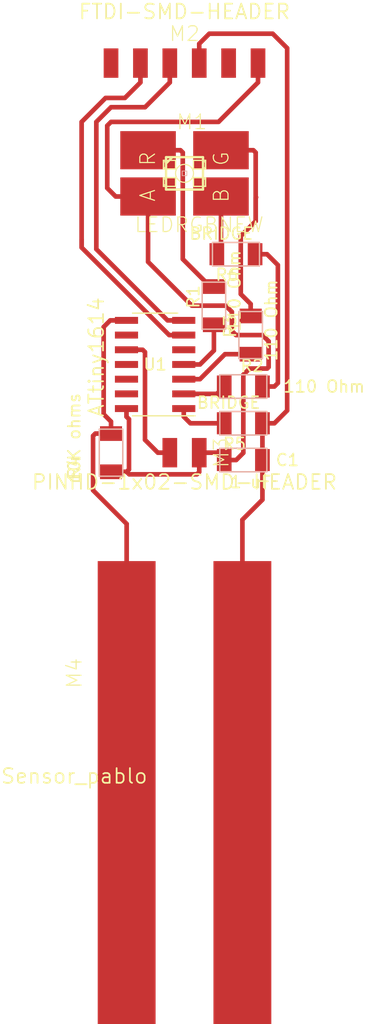
<source format=kicad_pcb>
(kicad_pcb (version 20171130) (host pcbnew "(5.1.5-0)")

  (general
    (thickness 1.6)
    (drawings 0)
    (tracks 124)
    (zones 0)
    (modules 12)
    (nets 22)
  )

  (page A4)
  (layers
    (0 F.Cu signal)
    (31 B.Cu signal)
    (32 B.Adhes user)
    (33 F.Adhes user)
    (34 B.Paste user)
    (35 F.Paste user)
    (36 B.SilkS user)
    (37 F.SilkS user)
    (38 B.Mask user)
    (39 F.Mask user)
    (40 Dwgs.User user)
    (41 Cmts.User user)
    (42 Eco1.User user)
    (43 Eco2.User user)
    (44 Edge.Cuts user)
    (45 Margin user)
    (46 B.CrtYd user)
    (47 F.CrtYd user)
    (48 B.Fab user)
    (49 F.Fab user)
  )

  (setup
    (last_trace_width 0.4)
    (trace_clearance 0.4)
    (zone_clearance 0.508)
    (zone_45_only no)
    (trace_min 0.4)
    (via_size 0.6)
    (via_drill 0.4)
    (via_min_size 0.6)
    (via_min_drill 0.4)
    (uvia_size 0.3)
    (uvia_drill 0.1)
    (uvias_allowed no)
    (uvia_min_size 0.2)
    (uvia_min_drill 0.1)
    (edge_width 0.05)
    (segment_width 0.2)
    (pcb_text_width 0.3)
    (pcb_text_size 1.5 1.5)
    (mod_edge_width 0.12)
    (mod_text_size 1 1)
    (mod_text_width 0.15)
    (pad_size 1.524 1.524)
    (pad_drill 0.762)
    (pad_to_mask_clearance 0.051)
    (solder_mask_min_width 0.25)
    (aux_axis_origin 0 0)
    (visible_elements FFFFF77F)
    (pcbplotparams
      (layerselection 0x010fc_ffffffff)
      (usegerberextensions false)
      (usegerberattributes false)
      (usegerberadvancedattributes false)
      (creategerberjobfile false)
      (excludeedgelayer true)
      (linewidth 0.100000)
      (plotframeref false)
      (viasonmask false)
      (mode 1)
      (useauxorigin false)
      (hpglpennumber 1)
      (hpglpenspeed 20)
      (hpglpendiameter 15.000000)
      (psnegative false)
      (psa4output false)
      (plotreference true)
      (plotvalue true)
      (plotinvisibletext false)
      (padsonsilk false)
      (subtractmaskfromsilk false)
      (outputformat 1)
      (mirror false)
      (drillshape 1)
      (scaleselection 1)
      (outputdirectory ""))
  )

  (net 0 "")
  (net 1 "Net-(U1-Pad5)")
  (net 2 RXD)
  (net 3 TXD)
  (net 4 "Net-(U1-Pad12)")
  (net 5 "Net-(U1-Pad13)")
  (net 6 GND)
  (net 7 VCC)
  (net 8 "Net-(M2-Pad6)")
  (net 9 "Net-(M2-Pad2)")
  (net 10 RED)
  (net 11 GREEN)
  (net 12 BLUE)
  (net 13 "Net-(M1-PadR)")
  (net 14 "Net-(M1-PadG)")
  (net 15 "Net-(M1-PadB)")
  (net 16 SENSOR-OUT)
  (net 17 "Net-(U1-Pad11)")
  (net 18 "Net-(U1-Pad9)")
  (net 19 "Net-(R2-Pad2)")
  (net 20 VCC1)
  (net 21 UPDI)

  (net_class Default "This is the default net class."
    (clearance 0.4)
    (trace_width 0.4)
    (via_dia 0.6)
    (via_drill 0.4)
    (uvia_dia 0.3)
    (uvia_drill 0.1)
    (diff_pair_width 0.4)
    (diff_pair_gap 0.25)
    (add_net BLUE)
    (add_net GND)
    (add_net GREEN)
    (add_net "Net-(M1-PadB)")
    (add_net "Net-(M1-PadG)")
    (add_net "Net-(M1-PadR)")
    (add_net "Net-(M2-Pad2)")
    (add_net "Net-(M2-Pad6)")
    (add_net "Net-(R2-Pad2)")
    (add_net "Net-(U1-Pad11)")
    (add_net "Net-(U1-Pad12)")
    (add_net "Net-(U1-Pad13)")
    (add_net "Net-(U1-Pad5)")
    (add_net "Net-(U1-Pad9)")
    (add_net RED)
    (add_net RXD)
    (add_net SENSOR-OUT)
    (add_net TXD)
    (add_net UPDI)
    (add_net VCC)
    (add_net VCC1)
  )

  (module fab:fab-R1206FAB (layer F.Cu) (tedit 200000) (tstamp 5FC9B97E)
    (at 153.67 100.33 180)
    (path /5FCFBE6E)
    (attr smd)
    (fp_text reference R5 (at 0.762 -1.778) (layer F.SilkS)
      (effects (font (size 1.016 1.016) (thickness 0.1524)))
    )
    (fp_text value BRIDGE (at 1.27 1.778) (layer F.SilkS)
      (effects (font (size 1.016 1.016) (thickness 0.1524)))
    )
    (fp_line (start -2.032 1.016) (end -2.032 -1.016) (layer B.SilkS) (width 0.127))
    (fp_line (start 2.032 1.016) (end -2.032 1.016) (layer B.SilkS) (width 0.127))
    (fp_line (start 2.032 -1.016) (end 2.032 1.016) (layer B.SilkS) (width 0.127))
    (fp_line (start -2.032 -1.016) (end 2.032 -1.016) (layer B.SilkS) (width 0.127))
    (pad 2 smd rect (at 1.651 0 180) (size 1.27 1.905) (layers F.Cu F.Paste F.Mask)
      (net 20 VCC1))
    (pad 1 smd rect (at -1.651 0 180) (size 1.27 1.905) (layers F.Cu F.Paste F.Mask)
      (net 7 VCC))
  )

  (module fab:fab-R1206FAB (layer F.Cu) (tedit 200000) (tstamp 5FC9AD44)
    (at 154.305 92.71 90)
    (path /5FCEB54A)
    (attr smd)
    (fp_text reference R3 (at 0.762 -1.778 90) (layer F.SilkS)
      (effects (font (size 1.016 1.016) (thickness 0.1524)))
    )
    (fp_text value "110 Ohm" (at 1.27 1.778 90) (layer F.SilkS)
      (effects (font (size 1.016 1.016) (thickness 0.1524)))
    )
    (fp_line (start -2.032 1.016) (end -2.032 -1.016) (layer B.SilkS) (width 0.127))
    (fp_line (start 2.032 1.016) (end -2.032 1.016) (layer B.SilkS) (width 0.127))
    (fp_line (start 2.032 -1.016) (end 2.032 1.016) (layer B.SilkS) (width 0.127))
    (fp_line (start -2.032 -1.016) (end 2.032 -1.016) (layer B.SilkS) (width 0.127))
    (pad 2 smd rect (at 1.651 0 90) (size 1.27 1.905) (layers F.Cu F.Paste F.Mask)
      (net 14 "Net-(M1-PadG)"))
    (pad 1 smd rect (at -1.651 0 90) (size 1.27 1.905) (layers F.Cu F.Paste F.Mask)
      (net 11 GREEN))
  )

  (module fab:fab-R1206FAB (layer F.Cu) (tedit 200000) (tstamp 5FC550E9)
    (at 153.67 97.155)
    (path /5FC6D951)
    (attr smd)
    (fp_text reference R2 (at 0.762 -1.778) (layer F.SilkS)
      (effects (font (size 1.016 1.016) (thickness 0.1524)))
    )
    (fp_text value "110 Ohm" (at 6.985 0) (layer F.SilkS)
      (effects (font (size 1.016 1.016) (thickness 0.1524)))
    )
    (fp_line (start -2.032 1.016) (end -2.032 -1.016) (layer B.SilkS) (width 0.127))
    (fp_line (start 2.032 1.016) (end -2.032 1.016) (layer B.SilkS) (width 0.127))
    (fp_line (start 2.032 -1.016) (end 2.032 1.016) (layer B.SilkS) (width 0.127))
    (fp_line (start -2.032 -1.016) (end 2.032 -1.016) (layer B.SilkS) (width 0.127))
    (pad 2 smd rect (at 1.651 0) (size 1.27 1.905) (layers F.Cu F.Paste F.Mask)
      (net 19 "Net-(R2-Pad2)"))
    (pad 1 smd rect (at -1.651 0) (size 1.27 1.905) (layers F.Cu F.Paste F.Mask)
      (net 12 BLUE))
  )

  (module fab:fab-R1206FAB (layer F.Cu) (tedit 200000) (tstamp 5FC9AD31)
    (at 151.13 90.17 90)
    (path /5FCEAD9A)
    (attr smd)
    (fp_text reference R1 (at 0.762 -1.778 90) (layer F.SilkS)
      (effects (font (size 1.016 1.016) (thickness 0.1524)))
    )
    (fp_text value "110 Ohm" (at 1.27 1.778 90) (layer F.SilkS)
      (effects (font (size 1.016 1.016) (thickness 0.1524)))
    )
    (fp_line (start -2.032 1.016) (end -2.032 -1.016) (layer B.SilkS) (width 0.127))
    (fp_line (start 2.032 1.016) (end -2.032 1.016) (layer B.SilkS) (width 0.127))
    (fp_line (start 2.032 -1.016) (end 2.032 1.016) (layer B.SilkS) (width 0.127))
    (fp_line (start -2.032 -1.016) (end 2.032 -1.016) (layer B.SilkS) (width 0.127))
    (pad 2 smd rect (at 1.651 0 90) (size 1.27 1.905) (layers F.Cu F.Paste F.Mask)
      (net 13 "Net-(M1-PadR)"))
    (pad 1 smd rect (at -1.651 0 90) (size 1.27 1.905) (layers F.Cu F.Paste F.Mask)
      (net 10 RED))
  )

  (module fab:fab-R1206FAB (layer F.Cu) (tedit 200000) (tstamp 5FC99A65)
    (at 153.035 85.725 180)
    (path /5FCD418E)
    (attr smd)
    (fp_text reference R6 (at 0.762 -1.778) (layer F.SilkS)
      (effects (font (size 1.016 1.016) (thickness 0.1524)))
    )
    (fp_text value BRIDGE (at 1.27 1.778) (layer F.SilkS)
      (effects (font (size 1.016 1.016) (thickness 0.1524)))
    )
    (fp_line (start -2.032 1.016) (end -2.032 -1.016) (layer B.SilkS) (width 0.127))
    (fp_line (start 2.032 1.016) (end -2.032 1.016) (layer B.SilkS) (width 0.127))
    (fp_line (start 2.032 -1.016) (end 2.032 1.016) (layer B.SilkS) (width 0.127))
    (fp_line (start -2.032 -1.016) (end 2.032 -1.016) (layer B.SilkS) (width 0.127))
    (pad 2 smd rect (at 1.651 0 180) (size 1.27 1.905) (layers F.Cu F.Paste F.Mask)
      (net 15 "Net-(M1-PadB)"))
    (pad 1 smd rect (at -1.651 0 180) (size 1.27 1.905) (layers F.Cu F.Paste F.Mask)
      (net 19 "Net-(R2-Pad2)"))
  )

  (module fab:fab-C1206FAB (layer F.Cu) (tedit 200000) (tstamp 5FC91267)
    (at 153.67 103.505 180)
    (path /5FC98F7B)
    (attr smd)
    (fp_text reference C1 (at -3.81 0) (layer F.SilkS)
      (effects (font (size 1.016 1.016) (thickness 0.1524)))
    )
    (fp_text value "1 uF" (at -0.635 -1.905) (layer F.SilkS)
      (effects (font (size 1.016 1.016) (thickness 0.1524)))
    )
    (fp_line (start -2.032 1.016) (end -2.032 -1.016) (layer B.SilkS) (width 0.127))
    (fp_line (start 2.032 1.016) (end -2.032 1.016) (layer B.SilkS) (width 0.127))
    (fp_line (start 2.032 -1.016) (end 2.032 1.016) (layer B.SilkS) (width 0.127))
    (fp_line (start -2.032 -1.016) (end 2.032 -1.016) (layer B.SilkS) (width 0.127))
    (pad 2 smd rect (at 1.651 0 180) (size 1.27 1.905) (layers F.Cu F.Paste F.Mask)
      (net 6 GND))
    (pad 1 smd rect (at -1.651 0 180) (size 1.27 1.905) (layers F.Cu F.Paste F.Mask)
      (net 7 VCC))
  )

  (module fab:sensor_pablo (layer F.Cu) (tedit 5FC91AFA) (tstamp 5FC91EF7)
    (at 148.59 102.235)
    (path /5FCACB84)
    (attr smd)
    (fp_text reference M4 (at -9.525 19.685 270) (layer F.SilkS)
      (effects (font (size 1.27 1.27) (thickness 0.1016)))
    )
    (fp_text value Sensor_pablo (at -9.525 28.575 180) (layer F.SilkS)
      (effects (font (size 1.27 1.27) (thickness 0.15)))
    )
    (pad 2 smd rect (at -5 30) (size 5 40) (layers F.Cu F.Paste F.Mask)
      (net 16 SENSOR-OUT))
    (pad 1 smd rect (at 5 30) (size 5 40) (layers F.Cu F.Paste F.Mask)
      (net 7 VCC))
  )

  (module fab:fab-1X02SMD (layer F.Cu) (tedit 5E6F6664) (tstamp 5FC963F2)
    (at 148.59 102.87 90)
    (path /5FCA5AE8)
    (attr smd)
    (fp_text reference M3 (at 0 3.175 90) (layer F.SilkS)
      (effects (font (size 1.27 1.27) (thickness 0.1016)))
    )
    (fp_text value PINHD-1x02-SMD-HEADER (at -2.54 0 180) (layer F.SilkS)
      (effects (font (size 1.27 1.27) (thickness 0.15)))
    )
    (pad 2 smd rect (at 0 1.27 90) (size 2.54 1.27) (layers F.Cu F.Paste F.Mask)
      (net 6 GND))
    (pad 1 smd rect (at 0 -1.27 90) (size 2.54 1.27) (layers F.Cu F.Paste F.Mask)
      (net 21 UPDI))
  )

  (module fab:fab-SOIC-14_3.9x8.7mm_P1.27mm (layer F.Cu) (tedit 5EABE9B1) (tstamp 5FC91344)
    (at 146.05 95.25 180)
    (descr "SOIC, 14 Pin, fab version")
    (tags "SOIC fab")
    (path /5FC90BDE)
    (attr smd)
    (fp_text reference U1 (at 0 0) (layer F.SilkS)
      (effects (font (size 1 1) (thickness 0.15)))
    )
    (fp_text value ATtiny1614 (at 5.08 0.635 90) (layer F.SilkS)
      (effects (font (size 1.27 1.27) (thickness 0.15)))
    )
    (fp_line (start -1.95 -3.35) (end -0.975 -4.325) (layer F.Fab) (width 0.1))
    (fp_line (start -1.95 4.325) (end -1.95 -3.35) (layer F.Fab) (width 0.1))
    (fp_line (start 1.95 4.325) (end -1.95 4.325) (layer F.Fab) (width 0.1))
    (fp_line (start 1.95 -4.325) (end 1.95 4.325) (layer F.Fab) (width 0.1))
    (fp_line (start -0.975 -4.325) (end 1.95 -4.325) (layer F.Fab) (width 0.1))
    (fp_line (start 0 -4.435) (end -3.45 -4.435) (layer F.SilkS) (width 0.12))
    (fp_line (start 0 -4.435) (end 1.95 -4.435) (layer F.SilkS) (width 0.12))
    (fp_line (start 0 4.435) (end -1.95 4.435) (layer F.SilkS) (width 0.12))
    (fp_line (start 0 4.435) (end 1.95 4.435) (layer F.SilkS) (width 0.12))
    (pad 14 smd rect (at 2.475 -3.81 180) (size 2 0.6) (layers F.Cu F.Paste F.Mask)
      (net 6 GND))
    (pad 13 smd rect (at 2.475 -2.54 180) (size 2 0.6) (layers F.Cu F.Paste F.Mask)
      (net 5 "Net-(U1-Pad13)"))
    (pad 12 smd rect (at 2.475 -1.27 180) (size 2 0.6) (layers F.Cu F.Paste F.Mask)
      (net 4 "Net-(U1-Pad12)"))
    (pad 11 smd rect (at 2.475 0 180) (size 2 0.6) (layers F.Cu F.Paste F.Mask)
      (net 17 "Net-(U1-Pad11)"))
    (pad 10 smd rect (at 2.475 1.27 180) (size 2 0.6) (layers F.Cu F.Paste F.Mask)
      (net 21 UPDI))
    (pad 9 smd rect (at 2.475 2.54 180) (size 2 0.6) (layers F.Cu F.Paste F.Mask)
      (net 18 "Net-(U1-Pad9)"))
    (pad 8 smd rect (at 2.475 3.81 180) (size 2 0.6) (layers F.Cu F.Paste F.Mask)
      (net 16 SENSOR-OUT))
    (pad 7 smd rect (at -2.475 3.81 180) (size 2 0.6) (layers F.Cu F.Paste F.Mask)
      (net 3 TXD))
    (pad 6 smd rect (at -2.475 2.54 180) (size 2 0.6) (layers F.Cu F.Paste F.Mask)
      (net 2 RXD))
    (pad 5 smd rect (at -2.475 1.27 180) (size 2 0.6) (layers F.Cu F.Paste F.Mask)
      (net 1 "Net-(U1-Pad5)"))
    (pad 4 smd rect (at -2.475 0 180) (size 2 0.6) (layers F.Cu F.Paste F.Mask)
      (net 10 RED))
    (pad 3 smd rect (at -2.475 -1.27 180) (size 2 0.6) (layers F.Cu F.Paste F.Mask)
      (net 11 GREEN))
    (pad 2 smd rect (at -2.475 -2.54 180) (size 2 0.6) (layers F.Cu F.Paste F.Mask)
      (net 12 BLUE))
    (pad 1 smd rect (at -2.475 -3.81 180) (size 2 0.6) (layers F.Cu F.Paste F.Mask)
      (net 20 VCC1))
    (model ${KISYS3DMOD}/Package_SO.3dshapes/SOIC-14_3.9x8.7mm_P1.27mm.wrl
      (at (xyz 0 0 0))
      (scale (xyz 1 1 1))
      (rotate (xyz 0 0 0))
    )
  )

  (module fab:fab-R1206FAB (layer F.Cu) (tedit 200000) (tstamp 5FC91329)
    (at 142.24 102.87 90)
    (path /5FC94738)
    (attr smd)
    (fp_text reference R4 (at -1.27 -3.175 90) (layer F.SilkS)
      (effects (font (size 1.016 1.016) (thickness 0.1524)))
    )
    (fp_text value "10K ohms" (at 1.27 -3.175 90) (layer F.SilkS)
      (effects (font (size 1.016 1.016) (thickness 0.1524)))
    )
    (fp_line (start -2.032 1.016) (end -2.032 -1.016) (layer B.SilkS) (width 0.127))
    (fp_line (start 2.032 1.016) (end -2.032 1.016) (layer B.SilkS) (width 0.127))
    (fp_line (start 2.032 -1.016) (end 2.032 1.016) (layer B.SilkS) (width 0.127))
    (fp_line (start -2.032 -1.016) (end 2.032 -1.016) (layer B.SilkS) (width 0.127))
    (pad 2 smd rect (at 1.651 0 90) (size 1.27 1.905) (layers F.Cu F.Paste F.Mask)
      (net 16 SENSOR-OUT))
    (pad 1 smd rect (at -1.651 0 90) (size 1.27 1.905) (layers F.Cu F.Paste F.Mask)
      (net 6 GND))
  )

  (module fab:fab-P-LCC-4 (layer F.Cu) (tedit 200000) (tstamp 5FC912DD)
    (at 148.59 78.74 270)
    (descr "POWER TOPLED®")
    (tags "POWER TOPLED®")
    (path /5FC95104)
    (attr smd)
    (fp_text reference M1 (at -4.445 -0.635) (layer F.SilkS)
      (effects (font (size 1.27 1.27) (thickness 0.1016)))
    )
    (fp_text value LEDRGBNEW (at 4.445 -1.27) (layer F.SilkS)
      (effects (font (size 1.27 1.27) (thickness 0.1016)))
    )
    (fp_text user A (at 1.905 3.175 90) (layer F.SilkS)
      (effects (font (size 1.27 1.27) (thickness 0.1016)))
    )
    (fp_text user B (at 1.905 -3.175 90) (layer F.SilkS)
      (effects (font (size 1.27 1.27) (thickness 0.1016)))
    )
    (fp_text user G (at -1.27 -3.175 90) (layer F.SilkS)
      (effects (font (size 1.27 1.27) (thickness 0.1016)))
    )
    (fp_text user R (at -1.27 3.175 90) (layer F.SilkS)
      (effects (font (size 1.27 1.27) (thickness 0.1016)))
    )
    (fp_circle (center 0 0) (end -0.54864 0.54864) (layer F.SilkS) (width 0.1016))
    (fp_line (start -1.39954 -1.59766) (end -1.39954 1.04902) (layer F.SilkS) (width 0.2032))
    (fp_line (start -0.84836 1.59766) (end -1.39954 1.04902) (layer F.SilkS) (width 0.2032))
    (fp_line (start 0.99822 1.79832) (end 0.99822 1.59766) (layer F.SilkS) (width 0.1016))
    (fp_line (start 0.49784 1.79832) (end 0.99822 1.79832) (layer F.SilkS) (width 0.1016))
    (fp_line (start 0.49784 1.64846) (end 0.49784 1.79832) (layer F.SilkS) (width 0.1016))
    (fp_line (start -0.49784 1.79832) (end -0.49784 1.64846) (layer F.SilkS) (width 0.1016))
    (fp_line (start -0.99822 1.79832) (end -0.49784 1.79832) (layer F.SilkS) (width 0.1016))
    (fp_line (start -0.99822 1.59766) (end -0.99822 1.79832) (layer F.SilkS) (width 0.1016))
    (fp_line (start 1.09982 -1.79832) (end 1.09982 -1.59766) (layer F.SilkS) (width 0.1016))
    (fp_line (start 0.49784 -1.79832) (end 1.09982 -1.79832) (layer F.SilkS) (width 0.1016))
    (fp_line (start 0.49784 -1.64846) (end 0.49784 -1.79832) (layer F.SilkS) (width 0.1016))
    (fp_line (start -0.49784 -1.79832) (end -0.49784 -1.64846) (layer F.SilkS) (width 0.1016))
    (fp_line (start -0.99822 -1.79832) (end -0.49784 -1.79832) (layer F.SilkS) (width 0.1016))
    (fp_line (start -0.99822 -1.59766) (end -0.99822 -1.79832) (layer F.SilkS) (width 0.1016))
    (fp_line (start -0.99822 -1.59766) (end -1.39954 -1.59766) (layer F.SilkS) (width 0.2032))
    (fp_line (start 1.09982 -1.59766) (end -0.99822 -1.59766) (layer F.SilkS) (width 0.2032))
    (fp_line (start 1.39954 -1.59766) (end 1.09982 -1.59766) (layer F.SilkS) (width 0.2032))
    (fp_line (start 1.39954 1.59766) (end 1.39954 -1.59766) (layer F.SilkS) (width 0.2032))
    (fp_line (start 0.99822 1.59766) (end 1.39954 1.59766) (layer F.SilkS) (width 0.2032))
    (fp_line (start -0.84836 1.59766) (end 0.99822 1.59766) (layer F.SilkS) (width 0.2032))
    (fp_line (start -0.99822 1.59766) (end -0.84836 1.59766) (layer F.SilkS) (width 0.2032))
    (fp_line (start -1.39954 1.59766) (end -0.99822 1.59766) (layer F.SilkS) (width 0.2032))
    (fp_line (start -1.39954 1.04902) (end -1.39954 1.59766) (layer F.SilkS) (width 0.2032))
    (fp_line (start -0.19812 0.19812) (end -0.19812 -0.19812) (layer B.SilkS) (width 0.06604))
    (fp_line (start -0.19812 -0.19812) (end 0.19812 -0.19812) (layer B.SilkS) (width 0.06604))
    (fp_line (start 0.19812 0.19812) (end 0.19812 -0.19812) (layer B.SilkS) (width 0.06604))
    (fp_line (start -0.19812 0.19812) (end 0.19812 0.19812) (layer B.SilkS) (width 0.06604))
    (fp_line (start -1.09982 -0.79756) (end -1.09982 -1.79832) (layer F.SilkS) (width 0.06604))
    (fp_line (start -1.09982 -1.79832) (end -0.39878 -1.79832) (layer F.SilkS) (width 0.06604))
    (fp_line (start -0.39878 -0.79756) (end -0.39878 -1.79832) (layer F.SilkS) (width 0.06604))
    (fp_line (start -1.09982 -0.79756) (end -0.39878 -0.79756) (layer F.SilkS) (width 0.06604))
    (fp_line (start 0.39878 -0.79756) (end 0.39878 -1.79832) (layer F.SilkS) (width 0.06604))
    (fp_line (start 0.39878 -1.79832) (end 1.09982 -1.79832) (layer F.SilkS) (width 0.06604))
    (fp_line (start 1.09982 -0.79756) (end 1.09982 -1.79832) (layer F.SilkS) (width 0.06604))
    (fp_line (start 0.39878 -0.79756) (end 1.09982 -0.79756) (layer F.SilkS) (width 0.06604))
    (fp_line (start 0.39878 1.79832) (end 0.39878 0.79756) (layer F.SilkS) (width 0.06604))
    (fp_line (start 0.39878 0.79756) (end 1.09982 0.79756) (layer F.SilkS) (width 0.06604))
    (fp_line (start 1.09982 1.79832) (end 1.09982 0.79756) (layer F.SilkS) (width 0.06604))
    (fp_line (start 0.39878 1.79832) (end 1.09982 1.79832) (layer F.SilkS) (width 0.06604))
    (fp_line (start -1.09982 1.79832) (end -1.09982 0.79756) (layer F.SilkS) (width 0.06604))
    (fp_line (start -1.09982 0.79756) (end -0.39878 0.79756) (layer F.SilkS) (width 0.06604))
    (fp_line (start -0.39878 1.79832) (end -0.39878 0.79756) (layer F.SilkS) (width 0.06604))
    (fp_line (start -1.09982 1.79832) (end -0.39878 1.79832) (layer F.SilkS) (width 0.06604))
    (fp_line (start -1.14808 1.84912) (end -1.14808 0.7493) (layer F.SilkS) (width 0.06604))
    (fp_line (start -1.14808 0.7493) (end -0.34798 0.7493) (layer F.SilkS) (width 0.06604))
    (fp_line (start -0.34798 1.84912) (end -0.34798 0.7493) (layer F.SilkS) (width 0.06604))
    (fp_line (start -1.14808 1.84912) (end -0.34798 1.84912) (layer F.SilkS) (width 0.06604))
    (fp_line (start 0.34798 1.84912) (end 0.34798 0.7493) (layer F.SilkS) (width 0.06604))
    (fp_line (start 0.34798 0.7493) (end 1.14808 0.7493) (layer F.SilkS) (width 0.06604))
    (fp_line (start 1.14808 1.84912) (end 1.14808 0.7493) (layer F.SilkS) (width 0.06604))
    (fp_line (start 0.34798 1.84912) (end 1.14808 1.84912) (layer F.SilkS) (width 0.06604))
    (fp_line (start 0.34798 -0.7493) (end 0.34798 -1.84912) (layer F.SilkS) (width 0.06604))
    (fp_line (start 0.34798 -1.84912) (end 1.14808 -1.84912) (layer F.SilkS) (width 0.06604))
    (fp_line (start 1.14808 -0.7493) (end 1.14808 -1.84912) (layer F.SilkS) (width 0.06604))
    (fp_line (start 0.34798 -0.7493) (end 1.14808 -0.7493) (layer F.SilkS) (width 0.06604))
    (fp_line (start -1.14808 -0.7493) (end -1.14808 -1.84912) (layer F.SilkS) (width 0.06604))
    (fp_line (start -1.14808 -1.84912) (end -0.34798 -1.84912) (layer F.SilkS) (width 0.06604))
    (fp_line (start -0.34798 -0.7493) (end -0.34798 -1.84912) (layer F.SilkS) (width 0.06604))
    (fp_line (start -1.14808 -0.7493) (end -0.34798 -0.7493) (layer F.SilkS) (width 0.06604))
    (pad R smd rect (at -1.99898 3.1496 270) (size 3.29946 4.79806) (layers F.Cu F.Paste F.Mask)
      (net 13 "Net-(M1-PadR)"))
    (pad G smd rect (at -1.99898 -3.1496 270) (size 3.29946 4.79806) (layers F.Cu F.Paste F.Mask)
      (net 14 "Net-(M1-PadG)"))
    (pad B smd rect (at 1.99898 -3.1496 270) (size 3.29946 4.79806) (layers F.Cu F.Paste F.Mask)
      (net 15 "Net-(M1-PadB)"))
    (pad A smd rect (at 1.99898 3.1496 270) (size 3.29946 4.79806) (layers F.Cu F.Paste F.Mask)
      (net 6 GND))
  )

  (module fab:fab-1X06SMD (layer F.Cu) (tedit 200000) (tstamp 5FC53270)
    (at 148.59 69.215 270)
    (path /5FC4B859)
    (attr smd)
    (fp_text reference M2 (at -2.54 0) (layer F.SilkS)
      (effects (font (size 1.27 1.27) (thickness 0.1016)))
    )
    (fp_text value FTDI-SMD-HEADER (at -4.445 0 180) (layer F.SilkS)
      (effects (font (size 1.27 1.27) (thickness 0.15)))
    )
    (pad 6 smd rect (at 0 6.35 270) (size 2.54 1.27) (layers F.Cu F.Paste F.Mask)
      (net 8 "Net-(M2-Pad6)"))
    (pad 5 smd rect (at 0 3.81 270) (size 2.54 1.27) (layers F.Cu F.Paste F.Mask)
      (net 2 RXD))
    (pad 4 smd rect (at 0 1.27 270) (size 2.54 1.27) (layers F.Cu F.Paste F.Mask)
      (net 3 TXD))
    (pad 3 smd rect (at 0 -1.27 270) (size 2.54 1.27) (layers F.Cu F.Paste F.Mask)
      (net 7 VCC))
    (pad 2 smd rect (at 0 -3.81 270) (size 2.54 1.27) (layers F.Cu F.Paste F.Mask)
      (net 9 "Net-(M2-Pad2)"))
    (pad 1 smd rect (at 0 -6.35 270) (size 2.54 1.27) (layers F.Cu F.Paste F.Mask)
      (net 6 GND))
  )

  (segment (start 144.78 70.885) (end 144.78 69.215) (width 0.4) (layer F.Cu) (net 2))
  (segment (start 141.77001 72.22499) (end 143.44001 72.22499) (width 0.4) (layer F.Cu) (net 2))
  (segment (start 139.7 74.295) (end 141.77001 72.22499) (width 0.4) (layer F.Cu) (net 2))
  (segment (start 143.44001 72.22499) (end 144.78 70.885) (width 0.4) (layer F.Cu) (net 2))
  (segment (start 139.7 85.146384) (end 139.7 84.455) (width 0.4) (layer F.Cu) (net 2))
  (segment (start 147.263616 92.71) (end 139.7 85.146384) (width 0.4) (layer F.Cu) (net 2))
  (segment (start 148.525 92.71) (end 147.263616 92.71) (width 0.4) (layer F.Cu) (net 2))
  (segment (start 139.7 84.455) (end 139.7 74.295) (width 0.4) (layer F.Cu) (net 2))
  (segment (start 139.7 85.09) (end 139.7 84.455) (width 0.4) (layer F.Cu) (net 2))
  (segment (start 147.32 70.885) (end 147.32 69.215) (width 0.4) (layer F.Cu) (net 3))
  (segment (start 145.18 73.025) (end 147.32 70.885) (width 0.4) (layer F.Cu) (net 3))
  (segment (start 142.24 73.025) (end 145.18 73.025) (width 0.4) (layer F.Cu) (net 3))
  (segment (start 140.97 85.285) (end 140.97 74.295) (width 0.4) (layer F.Cu) (net 3))
  (segment (start 147.125 91.44) (end 140.97 85.285) (width 0.4) (layer F.Cu) (net 3))
  (segment (start 140.97 74.295) (end 142.24 73.025) (width 0.4) (layer F.Cu) (net 3))
  (segment (start 148.525 91.44) (end 147.125 91.44) (width 0.4) (layer F.Cu) (net 3))
  (segment (start 149.86 102.87) (end 149.86 102.235) (width 0.4) (layer F.Cu) (net 6))
  (segment (start 142.5575 104.521) (end 142.24 104.521) (width 0.4) (layer F.Cu) (net 6))
  (segment (start 149.86 103.505) (end 149.86 102.87) (width 0.4) (layer F.Cu) (net 6))
  (segment (start 149.86 102.87) (end 150.114 102.87) (width 0.4) (layer F.Cu) (net 6))
  (segment (start 149.86 104.54) (end 149.86 102.87) (width 0.4) (layer F.Cu) (net 6))
  (segment (start 149.659999 104.740001) (end 149.86 104.54) (width 0.4) (layer F.Cu) (net 6))
  (segment (start 143.811501 104.740001) (end 149.659999 104.740001) (width 0.4) (layer F.Cu) (net 6))
  (segment (start 143.5925 104.521) (end 143.811501 104.740001) (width 0.4) (layer F.Cu) (net 6))
  (segment (start 143.575 99.76) (end 143.575 99.06) (width 0.4) (layer F.Cu) (net 6))
  (segment (start 143.792501 99.977501) (end 143.575 99.76) (width 0.4) (layer F.Cu) (net 6))
  (segment (start 143.792501 104.320999) (end 143.792501 99.977501) (width 0.4) (layer F.Cu) (net 6))
  (segment (start 143.5925 104.521) (end 143.792501 104.320999) (width 0.4) (layer F.Cu) (net 6))
  (segment (start 142.24 104.521) (end 143.5925 104.521) (width 0.4) (layer F.Cu) (net 6))
  (segment (start 151.53 74.295) (end 154.94 70.885) (width 0.4) (layer F.Cu) (net 6))
  (segment (start 142.757658 74.295) (end 151.53 74.295) (width 0.4) (layer F.Cu) (net 6))
  (segment (start 154.94 70.885) (end 154.94 69.215) (width 0.4) (layer F.Cu) (net 6))
  (segment (start 142.64137 80.73898) (end 141.91239 80.01) (width 0.4) (layer F.Cu) (net 6))
  (segment (start 145.4404 80.73898) (end 142.64137 80.73898) (width 0.4) (layer F.Cu) (net 6))
  (segment (start 141.91239 80.01) (end 141.91239 74.62261) (width 0.4) (layer F.Cu) (net 6))
  (segment (start 142.24 74.295) (end 142.757658 74.295) (width 0.4) (layer F.Cu) (net 6))
  (segment (start 141.91239 74.62261) (end 142.24 74.295) (width 0.4) (layer F.Cu) (net 6))
  (segment (start 153.67 102.889) (end 153.67 102.235) (width 0.4) (layer F.Cu) (net 6))
  (segment (start 153.054 103.505) (end 153.67 102.889) (width 0.4) (layer F.Cu) (net 6))
  (segment (start 152.019 103.505) (end 153.054 103.505) (width 0.4) (layer F.Cu) (net 6))
  (segment (start 153.67 102.254) (end 153.67 102.235) (width 0.4) (layer F.Cu) (net 6))
  (segment (start 151.384 102.87) (end 152.019 103.505) (width 0.4) (layer F.Cu) (net 6))
  (segment (start 149.86 102.87) (end 151.384 102.87) (width 0.4) (layer F.Cu) (net 6))
  (segment (start 145.4404 86.3854) (end 145.4404 80.73898) (width 0.4) (layer F.Cu) (net 6))
  (segment (start 149.225 90.17) (end 145.4404 86.3854) (width 0.4) (layer F.Cu) (net 6))
  (segment (start 152.682501 90.705999) (end 152.146502 90.17) (width 0.4) (layer F.Cu) (net 6))
  (segment (start 155.731003 95.602499) (end 155.857501 95.476001) (width 0.4) (layer F.Cu) (net 6))
  (segment (start 155.321502 92.71) (end 153.035 92.71) (width 0.4) (layer F.Cu) (net 6))
  (segment (start 155.857501 93.245999) (end 155.321502 92.71) (width 0.4) (layer F.Cu) (net 6))
  (segment (start 152.682501 92.357501) (end 152.682501 90.705999) (width 0.4) (layer F.Cu) (net 6))
  (segment (start 155.857501 95.476001) (end 155.857501 93.245999) (width 0.4) (layer F.Cu) (net 6))
  (segment (start 152.146502 90.17) (end 149.225 90.17) (width 0.4) (layer F.Cu) (net 6))
  (segment (start 154.205999 95.602499) (end 155.731003 95.602499) (width 0.4) (layer F.Cu) (net 6))
  (segment (start 153.035 92.71) (end 152.682501 92.357501) (width 0.4) (layer F.Cu) (net 6))
  (segment (start 153.67 96.138498) (end 154.205999 95.602499) (width 0.4) (layer F.Cu) (net 6))
  (segment (start 153.67 102.235) (end 153.67 96.138498) (width 0.4) (layer F.Cu) (net 6))
  (segment (start 154.305 121.685) (end 153.59 122.4) (width 0.4) (layer F.Cu) (net 7))
  (segment (start 155.321 124.789) (end 153.59 126.52) (width 0.4) (layer F.Cu) (net 7))
  (segment (start 153.59 108.665) (end 153.59 132.235) (width 0.4) (layer F.Cu) (net 7))
  (segment (start 155.321 106.934) (end 153.59 108.665) (width 0.4) (layer F.Cu) (net 7))
  (segment (start 149.86 69.85) (end 149.86 69.215) (width 0.4) (layer F.Cu) (net 7))
  (segment (start 149.86 67.545) (end 149.86 69.215) (width 0.4) (layer F.Cu) (net 7))
  (segment (start 150.73 66.675) (end 149.86 67.545) (width 0.4) (layer F.Cu) (net 7))
  (segment (start 156.21 66.675) (end 150.73 66.675) (width 0.4) (layer F.Cu) (net 7))
  (segment (start 155.321 100.33) (end 156.356 100.33) (width 0.4) (layer F.Cu) (net 7))
  (segment (start 157.457521 99.228479) (end 157.457521 67.922521) (width 0.4) (layer F.Cu) (net 7))
  (segment (start 157.457521 67.922521) (end 156.21 66.675) (width 0.4) (layer F.Cu) (net 7))
  (segment (start 156.356 100.33) (end 157.457521 99.228479) (width 0.4) (layer F.Cu) (net 7))
  (segment (start 155.321 106.934) (end 155.321 103.505) (width 0.4) (layer F.Cu) (net 7))
  (segment (start 155.321 103.505) (end 155.321 100.33) (width 0.4) (layer F.Cu) (net 7))
  (segment (start 149.925 95.25) (end 148.525 95.25) (width 0.4) (layer F.Cu) (net 10))
  (segment (start 151.13 94.045) (end 149.925 95.25) (width 0.4) (layer F.Cu) (net 10))
  (segment (start 151.13 91.821) (end 151.13 94.045) (width 0.4) (layer F.Cu) (net 10))
  (segment (start 152.9525 94.361) (end 154.305 94.361) (width 0.4) (layer F.Cu) (net 11))
  (segment (start 149.925 96.52) (end 152.084 94.361) (width 0.4) (layer F.Cu) (net 11))
  (segment (start 152.084 94.361) (end 152.9525 94.361) (width 0.4) (layer F.Cu) (net 11))
  (segment (start 148.525 96.52) (end 149.925 96.52) (width 0.4) (layer F.Cu) (net 11))
  (segment (start 151.384 97.79) (end 152.019 97.155) (width 0.4) (layer F.Cu) (net 12))
  (segment (start 148.525 97.79) (end 151.384 97.79) (width 0.4) (layer F.Cu) (net 12))
  (segment (start 148.439431 76.941021) (end 148.23943 76.74102) (width 0.4) (layer F.Cu) (net 13))
  (segment (start 148.439431 86.145931) (end 148.439431 76.941021) (width 0.4) (layer F.Cu) (net 13))
  (segment (start 148.23943 76.74102) (end 145.4404 76.74102) (width 0.4) (layer F.Cu) (net 13))
  (segment (start 150.8125 88.519) (end 148.439431 86.145931) (width 0.4) (layer F.Cu) (net 13))
  (segment (start 151.13 88.519) (end 150.8125 88.519) (width 0.4) (layer F.Cu) (net 13))
  (segment (start 154.738631 76.941021) (end 154.53863 76.74102) (width 0.4) (layer F.Cu) (net 14))
  (segment (start 154.738631 82.868711) (end 154.738631 76.941021) (width 0.4) (layer F.Cu) (net 14))
  (segment (start 154.53863 76.74102) (end 151.7396 76.74102) (width 0.4) (layer F.Cu) (net 14))
  (segment (start 154.305 83.302342) (end 154.738631 82.868711) (width 0.4) (layer F.Cu) (net 14))
  (segment (start 153.450999 84.156343) (end 154.738631 82.868711) (width 0.4) (layer F.Cu) (net 14))
  (segment (start 153.450999 89.169999) (end 153.450999 84.156343) (width 0.4) (layer F.Cu) (net 14))
  (segment (start 154.305 90.024) (end 153.450999 89.169999) (width 0.4) (layer F.Cu) (net 14))
  (segment (start 154.305 91.059) (end 154.305 90.024) (width 0.4) (layer F.Cu) (net 14))
  (segment (start 154.738631 80.846369) (end 154.77499 80.81001) (width 0.4) (layer F.Cu) (net 14))
  (segment (start 154.738631 82.868711) (end 154.738631 80.846369) (width 0.4) (layer F.Cu) (net 14))
  (segment (start 151.7396 85.3694) (end 151.384 85.725) (width 0.4) (layer F.Cu) (net 15))
  (segment (start 151.7396 80.73898) (end 151.7396 85.3694) (width 0.4) (layer F.Cu) (net 15))
  (segment (start 143.575 91.44) (end 142.875 91.44) (width 0.4) (layer F.Cu) (net 16))
  (segment (start 140.69 101.4165) (end 140.8875 101.219) (width 0.4) (layer F.Cu) (net 16))
  (segment (start 140.8875 101.219) (end 142.24 101.219) (width 0.4) (layer F.Cu) (net 16))
  (segment (start 141.605 92.01) (end 142.175 91.44) (width 0.4) (layer F.Cu) (net 16))
  (segment (start 141.605 99.549) (end 141.605 92.01) (width 0.4) (layer F.Cu) (net 16))
  (segment (start 142.175 91.44) (end 143.575 91.44) (width 0.4) (layer F.Cu) (net 16))
  (segment (start 142.24 100.184) (end 141.605 99.549) (width 0.4) (layer F.Cu) (net 16))
  (segment (start 142.24 101.219) (end 142.24 100.184) (width 0.4) (layer F.Cu) (net 16))
  (segment (start 140.687499 101.419001) (end 140.8875 101.219) (width 0.4) (layer F.Cu) (net 16))
  (segment (start 140.687499 106.117499) (end 140.687499 101.419001) (width 0.4) (layer F.Cu) (net 16))
  (segment (start 143.59 109.02) (end 140.687499 106.117499) (width 0.4) (layer F.Cu) (net 16))
  (segment (start 143.59 132.235) (end 143.59 109.02) (width 0.4) (layer F.Cu) (net 16))
  (segment (start 155.721 85.725) (end 154.686 85.725) (width 0.4) (layer F.Cu) (net 19))
  (segment (start 156.657511 86.661511) (end 155.721 85.725) (width 0.4) (layer F.Cu) (net 19))
  (segment (start 156.657511 96.853489) (end 156.657511 86.661511) (width 0.4) (layer F.Cu) (net 19))
  (segment (start 156.356 97.155) (end 156.657511 96.853489) (width 0.4) (layer F.Cu) (net 19))
  (segment (start 155.321 97.155) (end 156.356 97.155) (width 0.4) (layer F.Cu) (net 19))
  (segment (start 150.984 100.33) (end 152.019 100.33) (width 0.4) (layer F.Cu) (net 20))
  (segment (start 149.095 100.33) (end 150.984 100.33) (width 0.4) (layer F.Cu) (net 20))
  (segment (start 148.525 99.76) (end 149.095 100.33) (width 0.4) (layer F.Cu) (net 20))
  (segment (start 148.525 99.06) (end 148.525 99.76) (width 0.4) (layer F.Cu) (net 20))
  (segment (start 146.929998 102.479998) (end 147.32 102.87) (width 0.4) (layer F.Cu) (net 21))
  (segment (start 147.32 102.87) (end 147.32 102.235) (width 0.4) (layer F.Cu) (net 21))
  (segment (start 145.175001 94.180001) (end 144.975 93.98) (width 0.4) (layer F.Cu) (net 21))
  (segment (start 145.175001 101.760001) (end 145.175001 94.180001) (width 0.4) (layer F.Cu) (net 21))
  (segment (start 144.975 93.98) (end 143.575 93.98) (width 0.4) (layer F.Cu) (net 21))
  (segment (start 146.285 102.87) (end 145.175001 101.760001) (width 0.4) (layer F.Cu) (net 21))
  (segment (start 147.32 102.87) (end 146.285 102.87) (width 0.4) (layer F.Cu) (net 21))

)

</source>
